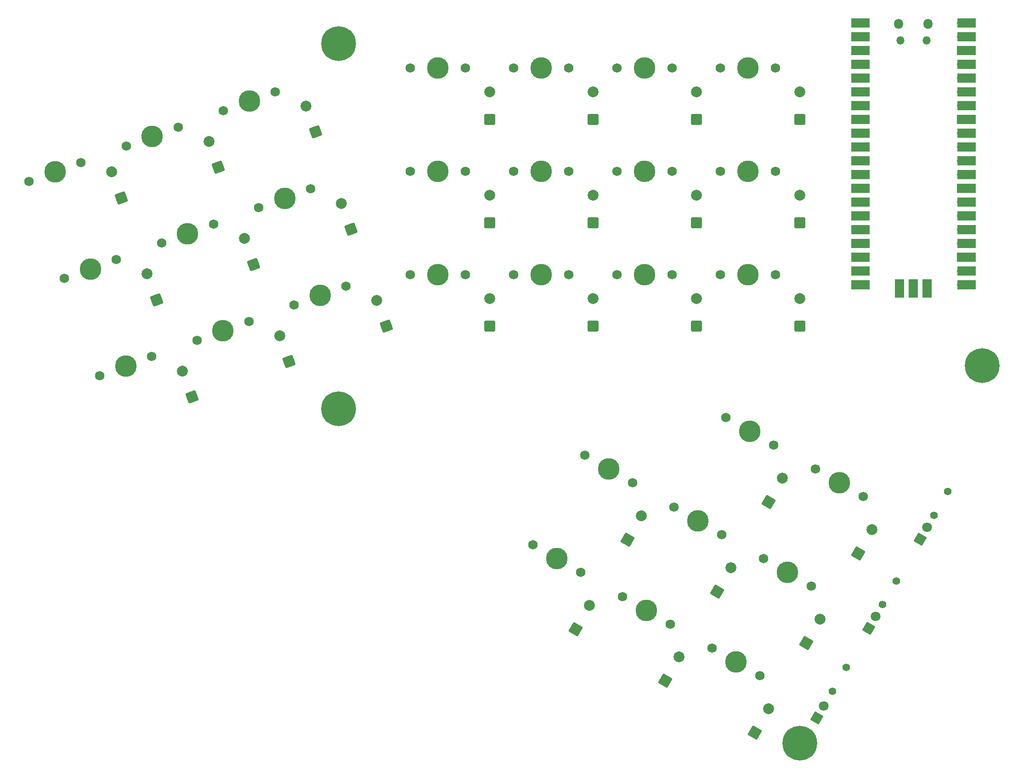
<source format=gbr>
%TF.GenerationSoftware,KiCad,Pcbnew,9.0.2*%
%TF.CreationDate,2025-06-09T23:02:59-05:00*%
%TF.ProjectId,keyboard,6b657962-6f61-4726-942e-6b696361645f,rev?*%
%TF.SameCoordinates,Original*%
%TF.FileFunction,Soldermask,Top*%
%TF.FilePolarity,Negative*%
%FSLAX46Y46*%
G04 Gerber Fmt 4.6, Leading zero omitted, Abs format (unit mm)*
G04 Created by KiCad (PCBNEW 9.0.2) date 2025-06-09 23:02:59*
%MOMM*%
%LPD*%
G01*
G04 APERTURE LIST*
G04 Aperture macros list*
%AMRoundRect*
0 Rectangle with rounded corners*
0 $1 Rounding radius*
0 $2 $3 $4 $5 $6 $7 $8 $9 X,Y pos of 4 corners*
0 Add a 4 corners polygon primitive as box body*
4,1,4,$2,$3,$4,$5,$6,$7,$8,$9,$2,$3,0*
0 Add four circle primitives for the rounded corners*
1,1,$1+$1,$2,$3*
1,1,$1+$1,$4,$5*
1,1,$1+$1,$6,$7*
1,1,$1+$1,$8,$9*
0 Add four rect primitives between the rounded corners*
20,1,$1+$1,$2,$3,$4,$5,0*
20,1,$1+$1,$4,$5,$6,$7,0*
20,1,$1+$1,$6,$7,$8,$9,0*
20,1,$1+$1,$8,$9,$2,$3,0*%
%AMRotRect*
0 Rectangle, with rotation*
0 The origin of the aperture is its center*
0 $1 length*
0 $2 width*
0 $3 Rotation angle, in degrees counterclockwise*
0 Add horizontal line*
21,1,$1,$2,0,0,$3*%
G04 Aperture macros list end*
%ADD10O,1.800000X1.800000*%
%ADD11O,1.500000X1.500000*%
%ADD12O,1.700000X1.700000*%
%ADD13R,3.500000X1.700000*%
%ADD14R,1.700000X1.700000*%
%ADD15R,1.700000X3.500000*%
%ADD16C,0.800000*%
%ADD17C,6.400000*%
%ADD18C,1.750000*%
%ADD19C,3.987800*%
%ADD20RotRect,1.800000X1.800000X60.000000*%
%ADD21C,1.800000*%
%ADD22C,1.400000*%
%ADD23RoundRect,0.250000X0.750000X-0.750000X0.750000X0.750000X-0.750000X0.750000X-0.750000X-0.750000X0*%
%ADD24C,2.000000*%
%ADD25RoundRect,0.250000X0.274519X-1.024519X1.024519X0.274519X-0.274519X1.024519X-1.024519X-0.274519X0*%
%ADD26RoundRect,0.250000X0.961285X-0.448254X0.448254X0.961285X-0.961285X0.448254X-0.448254X-0.961285X0*%
G04 APERTURE END LIST*
D10*
%TO.C,U1*%
X198570000Y-21720000D03*
D11*
X198870000Y-24750000D03*
X203720000Y-24750000D03*
D10*
X204020000Y-21720000D03*
D12*
X192405000Y-21590000D03*
D13*
X191505000Y-21590000D03*
D12*
X192405000Y-24130000D03*
D13*
X191505000Y-24130000D03*
D14*
X192405000Y-26670000D03*
D13*
X191505000Y-26670000D03*
D12*
X192405000Y-29210000D03*
D13*
X191505000Y-29210000D03*
D12*
X192405000Y-31750000D03*
D13*
X191505000Y-31750000D03*
D12*
X192405000Y-34290000D03*
D13*
X191505000Y-34290000D03*
D12*
X192405000Y-36830000D03*
D13*
X191505000Y-36830000D03*
D14*
X192405000Y-39370000D03*
D13*
X191505000Y-39370000D03*
D12*
X192405000Y-41910000D03*
D13*
X191505000Y-41910000D03*
D12*
X192405000Y-44450000D03*
D13*
X191505000Y-44450000D03*
D12*
X192405000Y-46990000D03*
D13*
X191505000Y-46990000D03*
D12*
X192405000Y-49530000D03*
D13*
X191505000Y-49530000D03*
D14*
X192405000Y-52070000D03*
D13*
X191505000Y-52070000D03*
D12*
X192405000Y-54610000D03*
D13*
X191505000Y-54610000D03*
D12*
X192405000Y-57150000D03*
D13*
X191505000Y-57150000D03*
D12*
X192405000Y-59690000D03*
D13*
X191505000Y-59690000D03*
D12*
X192405000Y-62230000D03*
D13*
X191505000Y-62230000D03*
D14*
X192405000Y-64770000D03*
D13*
X191505000Y-64770000D03*
D12*
X192405000Y-67310000D03*
D13*
X191505000Y-67310000D03*
D12*
X192405000Y-69850000D03*
D13*
X191505000Y-69850000D03*
D12*
X210185000Y-69850000D03*
D13*
X211085000Y-69850000D03*
D12*
X210185000Y-67310000D03*
D13*
X211085000Y-67310000D03*
D14*
X210185000Y-64770000D03*
D13*
X211085000Y-64770000D03*
D12*
X210185000Y-62230000D03*
D13*
X211085000Y-62230000D03*
D12*
X210185000Y-59690000D03*
D13*
X211085000Y-59690000D03*
D12*
X210185000Y-57150000D03*
D13*
X211085000Y-57150000D03*
D12*
X210185000Y-54610000D03*
D13*
X211085000Y-54610000D03*
D14*
X210185000Y-52070000D03*
D13*
X211085000Y-52070000D03*
D12*
X210185000Y-49530000D03*
D13*
X211085000Y-49530000D03*
D12*
X210185000Y-46990000D03*
D13*
X211085000Y-46990000D03*
D12*
X210185000Y-44450000D03*
D13*
X211085000Y-44450000D03*
D12*
X210185000Y-41910000D03*
D13*
X211085000Y-41910000D03*
D14*
X210185000Y-39370000D03*
D13*
X211085000Y-39370000D03*
D12*
X210185000Y-36830000D03*
D13*
X211085000Y-36830000D03*
D12*
X210185000Y-34290000D03*
D13*
X211085000Y-34290000D03*
D12*
X210185000Y-31750000D03*
D13*
X211085000Y-31750000D03*
D12*
X210185000Y-29210000D03*
D13*
X211085000Y-29210000D03*
D14*
X210185000Y-26670000D03*
D13*
X211085000Y-26670000D03*
D12*
X210185000Y-24130000D03*
D13*
X211085000Y-24130000D03*
D12*
X210185000Y-21590000D03*
D13*
X211085000Y-21590000D03*
D12*
X198755000Y-69620000D03*
D15*
X198755000Y-70520000D03*
D14*
X201295000Y-69620000D03*
D15*
X201295000Y-70520000D03*
D12*
X203835000Y-69620000D03*
D15*
X203835000Y-70520000D03*
%TD*%
D16*
%TO.C,H4*%
X177940000Y-154305000D03*
X178642944Y-152607944D03*
X178642944Y-156002056D03*
X180340000Y-151905000D03*
D17*
X180340000Y-154305000D03*
D16*
X180340000Y-156705000D03*
X182037056Y-152607944D03*
X182037056Y-156002056D03*
X182740000Y-154305000D03*
%TD*%
%TO.C,H3*%
X211595000Y-84760000D03*
X212297944Y-83062944D03*
X212297944Y-86457056D03*
X213995000Y-82360000D03*
D17*
X213995000Y-84760000D03*
D16*
X213995000Y-87160000D03*
X215692056Y-83062944D03*
X215692056Y-86457056D03*
X216395000Y-84760000D03*
%TD*%
%TO.C,H2*%
X92990000Y-92710000D03*
X93692944Y-91012944D03*
X93692944Y-94407056D03*
X95390000Y-90310000D03*
D17*
X95390000Y-92710000D03*
D16*
X95390000Y-95110000D03*
X97087056Y-91012944D03*
X97087056Y-94407056D03*
X97790000Y-92710000D03*
%TD*%
%TO.C,H1*%
X92990000Y-25400000D03*
X93692944Y-23702944D03*
X93692944Y-27097056D03*
X95390000Y-23000000D03*
D17*
X95390000Y-25400000D03*
D16*
X95390000Y-27800000D03*
X97087056Y-23702944D03*
X97087056Y-27097056D03*
X97790000Y-25400000D03*
%TD*%
D18*
%TO.C,MX3*%
X74127091Y-37712341D03*
D19*
X78900730Y-35974879D03*
D18*
X83674369Y-34237417D03*
%TD*%
%TO.C,MX10*%
X108585000Y-29845000D03*
D19*
X113665000Y-29845000D03*
D18*
X118745000Y-29845000D03*
%TD*%
%TO.C,MX25*%
X166726995Y-94291404D03*
D19*
X171126404Y-96831404D03*
D18*
X175525813Y-99371404D03*
%TD*%
D20*
%TO.C,D22*%
X202565000Y-116694285D03*
D21*
X203835000Y-114494580D03*
%TD*%
D20*
%TO.C,D32*%
X183515000Y-149689853D03*
D21*
X184785000Y-147490148D03*
%TD*%
D18*
%TO.C,MX29*%
X173699779Y-120314188D03*
D19*
X178099188Y-122854188D03*
D18*
X182498597Y-125394188D03*
%TD*%
%TO.C,MX15*%
X127635000Y-67945000D03*
D19*
X132715000Y-67945000D03*
D18*
X137795000Y-67945000D03*
%TD*%
D22*
%TO.C,R2*%
X198120000Y-124393251D03*
X195580000Y-128792660D03*
%TD*%
D18*
%TO.C,MX19*%
X165735000Y-29845000D03*
D19*
X170815000Y-29845000D03*
D18*
X175895000Y-29845000D03*
%TD*%
%TO.C,MX16*%
X146685000Y-29845000D03*
D19*
X151765000Y-29845000D03*
D18*
X156845000Y-29845000D03*
%TD*%
%TO.C,MX4*%
X44840286Y-68644453D03*
D19*
X49613925Y-66906991D03*
D18*
X54387564Y-65169529D03*
%TD*%
%TO.C,MX17*%
X146685000Y-48895000D03*
D19*
X151765000Y-48895000D03*
D18*
X156845000Y-48895000D03*
%TD*%
%TO.C,MX8*%
X69256914Y-80030113D03*
D19*
X74030553Y-78292651D03*
D18*
X78804192Y-76555189D03*
%TD*%
%TO.C,MX23*%
X140704211Y-101264188D03*
D19*
X145103620Y-103804188D03*
D18*
X149503029Y-106344188D03*
%TD*%
%TO.C,MX18*%
X146685000Y-67945000D03*
D19*
X151765000Y-67945000D03*
D18*
X156845000Y-67945000D03*
%TD*%
%TO.C,MX24*%
X131179211Y-117761972D03*
D19*
X135578620Y-120301972D03*
D18*
X139978029Y-122841972D03*
%TD*%
%TO.C,MX9*%
X87158058Y-73514629D03*
D19*
X91931697Y-71777167D03*
D18*
X96705336Y-70039705D03*
%TD*%
%TO.C,MX20*%
X165735000Y-48895000D03*
D19*
X170815000Y-48895000D03*
D18*
X175895000Y-48895000D03*
%TD*%
D22*
%TO.C,R1*%
X207645000Y-107895467D03*
X205105000Y-112294876D03*
%TD*%
D18*
%TO.C,MX11*%
X108585000Y-48895000D03*
D19*
X113665000Y-48895000D03*
D18*
X118745000Y-48895000D03*
%TD*%
D20*
%TO.C,D31*%
X193040000Y-133192069D03*
D21*
X194310000Y-130992364D03*
%TD*%
D22*
%TO.C,R3*%
X188912500Y-140341109D03*
X186372500Y-144740518D03*
%TD*%
D18*
%TO.C,MX6*%
X80642575Y-55613485D03*
D19*
X85416214Y-53876023D03*
D18*
X90189853Y-52138561D03*
%TD*%
%TO.C,MX12*%
X108585000Y-67945000D03*
D19*
X113665000Y-67945000D03*
D18*
X118745000Y-67945000D03*
%TD*%
%TO.C,MX7*%
X51355770Y-86545597D03*
D19*
X56129409Y-84808135D03*
D18*
X60903048Y-83070673D03*
%TD*%
%TO.C,MX30*%
X164174779Y-136811972D03*
D19*
X168574188Y-139351972D03*
D18*
X172973597Y-141891972D03*
%TD*%
%TO.C,MX27*%
X147676995Y-127286972D03*
D19*
X152076404Y-129826972D03*
D18*
X156475813Y-132366972D03*
%TD*%
%TO.C,MX2*%
X56225947Y-44227824D03*
D19*
X60999586Y-42490362D03*
D18*
X65773225Y-40752900D03*
%TD*%
%TO.C,MX26*%
X157201995Y-110789188D03*
D19*
X161601404Y-113329188D03*
D18*
X166000813Y-115869188D03*
%TD*%
%TO.C,MX21*%
X165735000Y-67945000D03*
D19*
X170815000Y-67945000D03*
D18*
X175895000Y-67945000D03*
%TD*%
%TO.C,MX1*%
X38324802Y-50743308D03*
D19*
X43098441Y-49005846D03*
D18*
X47872080Y-47268384D03*
%TD*%
%TO.C,MX5*%
X62741430Y-62128969D03*
D19*
X67515069Y-60391507D03*
D18*
X72288708Y-58654045D03*
%TD*%
%TO.C,MX28*%
X183224779Y-103816404D03*
D19*
X187624188Y-106356404D03*
D18*
X192023597Y-108896404D03*
%TD*%
%TO.C,MX14*%
X127635000Y-48895000D03*
D19*
X132715000Y-48895000D03*
D18*
X137795000Y-48895000D03*
%TD*%
%TO.C,MX13*%
X127635000Y-29845000D03*
D19*
X132715000Y-29845000D03*
D18*
X137795000Y-29845000D03*
%TD*%
D23*
%TO.C,D13*%
X142240000Y-39370000D03*
D24*
X142240000Y-34290000D03*
%TD*%
D23*
%TO.C,D19*%
X180340000Y-39370000D03*
D24*
X180340000Y-34290000D03*
%TD*%
D25*
%TO.C,D23*%
X148590012Y-116815580D03*
D24*
X151130012Y-112416171D03*
%TD*%
D26*
%TO.C,D9*%
X104140012Y-77469998D03*
D24*
X102402550Y-72696359D03*
%TD*%
D26*
%TO.C,D6*%
X97624528Y-59568853D03*
D24*
X95887066Y-54795214D03*
%TD*%
D25*
%TO.C,D24*%
X139065012Y-133313364D03*
D24*
X141605012Y-128913955D03*
%TD*%
D23*
%TO.C,D14*%
X142240000Y-58420000D03*
D24*
X142240000Y-53340000D03*
%TD*%
D26*
%TO.C,D8*%
X86238867Y-83985482D03*
D24*
X84501405Y-79211843D03*
%TD*%
D25*
%TO.C,D25*%
X174612796Y-109842796D03*
D24*
X177152796Y-105443387D03*
%TD*%
D25*
%TO.C,D28*%
X191110580Y-119367796D03*
D24*
X193650580Y-114968387D03*
%TD*%
D23*
%TO.C,D17*%
X161290000Y-58420000D03*
D24*
X161290000Y-53340000D03*
%TD*%
D26*
%TO.C,D3*%
X91109044Y-41667709D03*
D24*
X89371582Y-36894070D03*
%TD*%
D23*
%TO.C,D21*%
X180340000Y-77470000D03*
D24*
X180340000Y-72390000D03*
%TD*%
D25*
%TO.C,D30*%
X172060580Y-152363364D03*
D24*
X174600580Y-147963955D03*
%TD*%
D25*
%TO.C,D26*%
X165087796Y-126340580D03*
D24*
X167627796Y-121941171D03*
%TD*%
D26*
%TO.C,D2*%
X73207900Y-48183193D03*
D24*
X71470438Y-43409554D03*
%TD*%
D23*
%TO.C,D12*%
X123190000Y-77470000D03*
D24*
X123190000Y-72390000D03*
%TD*%
D26*
%TO.C,D4*%
X61822239Y-72599821D03*
D24*
X60084777Y-67826182D03*
%TD*%
D23*
%TO.C,D18*%
X161290000Y-77470000D03*
D24*
X161290000Y-72390000D03*
%TD*%
D23*
%TO.C,D20*%
X180340000Y-58420000D03*
D24*
X180340000Y-53340000D03*
%TD*%
D25*
%TO.C,D27*%
X155562796Y-142838364D03*
D24*
X158102796Y-138438955D03*
%TD*%
D25*
%TO.C,D29*%
X181585580Y-135865580D03*
D24*
X184125580Y-131466171D03*
%TD*%
D23*
%TO.C,D10*%
X123190000Y-39370000D03*
D24*
X123190000Y-34290000D03*
%TD*%
D26*
%TO.C,D5*%
X79723383Y-66084337D03*
D24*
X77985921Y-61310698D03*
%TD*%
D26*
%TO.C,D7*%
X68337723Y-90500965D03*
D24*
X66600261Y-85727326D03*
%TD*%
D23*
%TO.C,D11*%
X123190000Y-58420000D03*
D24*
X123190000Y-53340000D03*
%TD*%
D26*
%TO.C,D1*%
X55306755Y-53779485D03*
D24*
X53569293Y-49005846D03*
%TD*%
D23*
%TO.C,D15*%
X142240000Y-77470000D03*
D24*
X142240000Y-72390000D03*
%TD*%
D23*
%TO.C,D16*%
X161290000Y-39370000D03*
D24*
X161290000Y-34290000D03*
%TD*%
M02*

</source>
